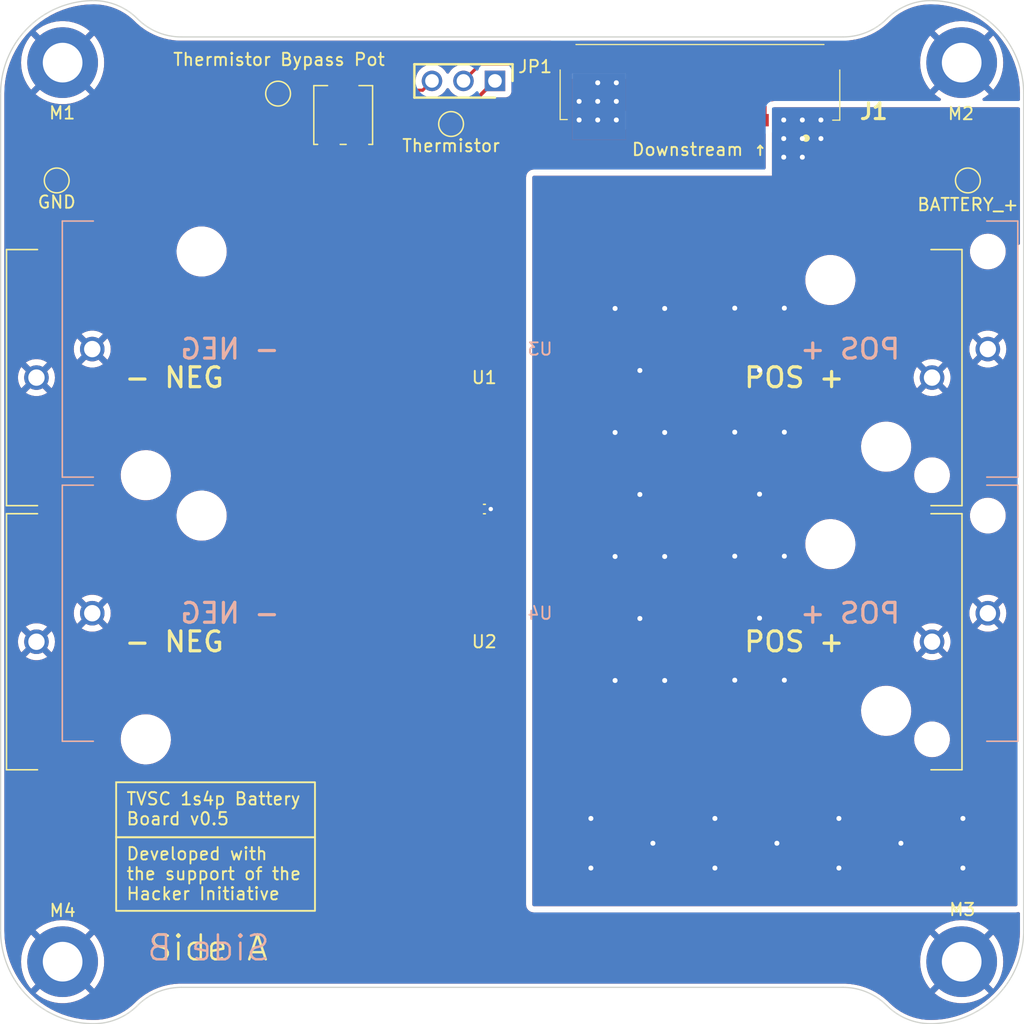
<source format=kicad_pcb>
(kicad_pcb (version 20221018) (generator pcbnew)
  (layers (0 "F.Cu" signal) (31 "B.Cu" signal) (34 "B.Paste" user) (35 "F.Paste" user) (36 "B.SilkS" user "B.Silkscreen") (37 "F.SilkS" user "F.Silkscreen") (38 "B.Mask" user) (39 "F.Mask" user) (44 "Edge.Cuts" user))
  (property "PCB_VERSION" "0.5")
  (net 0 "")
  (net 1 "THERMISTOR_+")
  (net 2 "BATTERY_+")
  (net 3 "/THERMISTOR_REAL_+")
  (net 5 "GND")
  (net 13 "Net-(JP1-Pin_3)")
  (footprint "MountingHole:MountingHole_3.2mm_M3_ISO7380_Pad_TopBottom" (layer "F.Cu") (at 105 127.5)
    (fp_text reference "M4" (at 0 -4.125) (layer "F.SilkS"))
    (fp_text value "~")
    (pad "1" thru_hole circle (at 0 0) (size 3.6 3.6) (drill 3.2) (layers "*.Cu" "*.Mask") (net 5 "GND"))
    (pad "1" connect circle (at 0 0) (size 5.7 5.7) (layers "F.Cu" "F.Mask") (net 5 "GND"))
    (pad "1" connect circle (at 0 0) (size 5.7 5.7) (layers "B.Cu" "B.Mask") (net 5 "GND"))
  )
  (footprint "MountingHole:MountingHole_3.2mm_M3_ISO7380_Pad_TopBottom" (layer "F.Cu") (at 177.5 55)
    (fp_text reference "M2" (at -0.06 4.11) (layer "F.SilkS"))
    (fp_text value "~")
    (pad "1" thru_hole circle (at 0 0) (size 3.6 3.6) (drill 3.2) (layers "*.Cu" "*.Mask") (net 5 "GND"))
    (pad "1" connect circle (at 0 0) (size 5.7 5.7) (layers "F.Cu" "F.Mask") (net 5 "GND"))
    (pad "1" connect circle (at 0 0) (size 5.7 5.7) (layers "B.Cu" "B.Mask") (net 5 "GND"))
  )
  (footprint "footprints:TestPoint_Pad_D1.5mm" (layer "F.Cu") (at 136.325 59.95)
    (fp_text reference "TP2" hide)
    (fp_text value "Thermistor" (at 0 1.75) (layer "F.SilkS"))
    (fp_circle (center 0 0) (end 1 0) (stroke (width 0.12)) (fill none) (layer "F.SilkS"))
    (pad "1" smd circle (at 0 0) (size 1.5 1.5) (layers "F.Cu" "F.Mask") (net 3 "/THERMISTOR_REAL_+"))
  )
  (footprint "footprints:BAT_1043" (layer "F.Cu") (at 139 101.7)
    (fp_text reference "U2" (at 0 0) (layer "F.SilkS"))
    (fp_text value "1043")
    (fp_text user "POS +" (at 25 0) (layer "F.SilkS") (effects (font (size 1.6 1.6) (thickness 0.26))))
    (fp_text user "- NEG" (at -25 0) (layer "F.SilkS") (effects (font (size 1.6 1.6) (thickness 0.26))))
    (fp_line (start -38.525 -10.325) (end -38.525 10.325) (stroke (width 0.127)) (layer "F.SilkS"))
    (fp_line (start -38.525 10.325) (end -36.025 10.325) (stroke (width 0.127)) (layer "F.SilkS"))
    (fp_line (start -36.025 -10.325) (end -38.525 -10.325) (stroke (width 0.127)) (layer "F.SilkS"))
    (fp_line (start 36.025 -10.325) (end 38.525 -10.325) (stroke (width 0.127)) (layer "F.SilkS"))
    (fp_line (start 36.025 10.325) (end 38.525 10.325) (stroke (width 0.127)) (layer "F.SilkS"))
    (fp_line (start 38.525 10.325) (end 38.525 -10.325) (stroke (width 0.127)) (layer "F.SilkS"))
    (pad "" np_thru_hole circle (at -27.29 7.87) (size 3.55 3.55) (drill 3.55) (layers "*.Cu" "*.Mask"))
    (pad "" np_thru_hole circle (at 27.91 -7.87) (size 3.55 3.55) (drill 3.55) (layers "*.Cu" "*.Mask"))
    (pad "" np_thru_hole circle (at 36.11 7.87) (size 2.39 2.39) (drill 2.39) (layers "*.Cu" "*.Mask"))
    (pad "N" thru_hole circle (at -36.11 0) (size 1.98 1.98) (drill 1.32) (layers "*.Cu" "*.Mask") (net 5 "GND"))
    (pad "P" thru_hole circle (at 36.11 0) (size 1.98 1.98) (drill 1.32) (layers "*.Cu" "*.Mask") (net 2 "BATTERY_+"))
  )
  (footprint "MountingHole:MountingHole_3.2mm_M3_ISO7380_Pad_TopBottom" (layer "F.Cu") (at 177.5 127.5)
    (fp_text reference "M3" (at 0.05 -4.2) (layer "F.SilkS"))
    (fp_text value "~")
    (pad "1" thru_hole circle (at 0 0) (size 3.6 3.6) (drill 3.2) (layers "*.Cu" "*.Mask") (net 5 "GND"))
    (pad "1" connect circle (at 0 0) (size 5.7 5.7) (layers "F.Cu" "F.Mask") (net 5 "GND"))
    (pad "1" connect circle (at 0 0) (size 5.7 5.7) (layers "B.Cu" "B.Mask") (net 5 "GND"))
  )
  (footprint "footprints:TestPoint_Pad_D1.5mm" (layer "F.Cu") (at 178 64.5)
    (fp_text reference "TP3" hide)
    (fp_text value "BATTERY_+" (at 0 1.95) (layer "F.SilkS"))
    (fp_circle (center 0 0) (end 1 0) (stroke (width 0.12)) (fill none) (layer "F.SilkS"))
    (pad "1" smd circle (at 0 0) (size 1.5 1.5) (layers "F.Cu" "F.Mask") (net 2 "BATTERY_+"))
  )
  (footprint "footprints:HDRV3W64P0X254_1X3_762X254X869P" (layer "F.Cu") (at 139.865 56.475 180)
    (fp_text reference "JP1" (at -3.235 1.15 180) (layer "F.SilkS"))
    (fp_text value "Conn_01x03" hide)
    (fp_line (start -1.42 0) (end -1.42 1.345) (stroke (width 0.2)) (layer "F.SilkS"))
    (fp_line (start -1.42 1.345) (end 6.5 1.345) (stroke (width 0.2)) (layer "F.SilkS"))
    (fp_line (start 6.5 -1.345) (end 0 -1.345) (stroke (width 0.2)) (layer "F.SilkS"))
    (fp_line (start 6.5 1.345) (end 6.5 -1.345) (stroke (width 0.2)) (layer "F.SilkS"))
    (pad "1" thru_hole rect (at 0 0 180) (size 1.65 1.65) (drill 1.1) (layers "*.Cu" "*.Mask") (net 3 "/THERMISTOR_REAL_+"))
    (pad "2" thru_hole circle (at 2.54 0 180) (size 1.65 1.65) (drill 1.1) (layers "*.Cu" "*.Mask") (net 1 "THERMISTOR_+"))
    (pad "3" thru_hole circle (at 5.08 0 180) (size 1.65 1.65) (drill 1.1) (layers "*.Cu" "*.Mask") (net 13 "Net-(JP1-Pin_3)"))
  )
  (footprint "footprints:BAT_1043" (layer "F.Cu") (at 139 80.4)
    (fp_text reference "U1" (at 0 0) (layer "F.SilkS"))
    (fp_text value "1043")
    (fp_text user "- NEG" (at -25 0) (layer "F.SilkS") (effects (font (size 1.6 1.6) (thickness 0.26))))
    (fp_text user "POS +" (at 25 0) (layer "F.SilkS") (effects (font (size 1.6 1.6) (thickness 0.26))))
    (fp_line (start -38.525 -10.325) (end -38.525 10.325) (stroke (width 0.127)) (layer "F.SilkS"))
    (fp_line (start -38.525 10.325) (end -36.025 10.325) (stroke (width 0.127)) (layer "F.SilkS"))
    (fp_line (start -36.025 -10.325) (end -38.525 -10.325) (stroke (width 0.127)) (layer "F.SilkS"))
    (fp_line (start 36.025 -10.325) (end 38.525 -10.325) (stroke (width 0.127)) (layer "F.SilkS"))
    (fp_line (start 36.025 10.325) (end 38.525 10.325) (stroke (width 0.127)) (layer "F.SilkS"))
    (fp_line (start 38.525 10.325) (end 38.525 -10.325) (stroke (width 0.127)) (layer "F.SilkS"))
    (pad "" np_thru_hole circle (at -27.29 7.87) (size 3.55 3.55) (drill 3.55) (layers "*.Cu" "*.Mask"))
    (pad "" np_thru_hole circle (at 27.91 -7.87) (size 3.55 3.55) (drill 3.55) (layers "*.Cu" "*.Mask"))
    (pad "" np_thru_hole circle (at 36.11 7.87) (size 2.39 2.39) (drill 2.39) (layers "*.Cu" "*.Mask"))
    (pad "N" thru_hole circle (at -36.11 0) (size 1.98 1.98) (drill 1.32) (layers "*.Cu" "*.Mask") (net 5 "GND"))
    (pad "P" thru_hole circle (at 36.11 0) (size 1.98 1.98) (drill 1.32) (layers "*.Cu" "*.Mask") (net 2 "BATTERY_+"))
  )
  (footprint "footprints:TestPoint_Pad_D1.5mm" (layer "F.Cu") (at 104.525 64.5)
    (fp_text reference "TP4" hide)
    (fp_text value "GND" (at 0 1.75) (layer "F.SilkS"))
    (fp_circle (center 0 0) (end 1 0) (stroke (width 0.12)) (fill none) (layer "F.SilkS"))
    (pad "1" smd circle (at 0 0) (size 1.5 1.5) (layers "F.Cu" "F.Mask") (net 5 "GND"))
  )
  (footprint "footprints:Nondescript_R_0402_1005Metric" (layer "F.Cu") (at 139.015 91)
    (fp_text reference "TH1" hide)
    (fp_text value "10k NTC")
    (fp_line (start -0.075 -0.38) (end 0.075 -0.38) (stroke (width 0.12)) (layer "F.SilkS"))
    (fp_line (start -0.075 0.38) (end 0.075 0.38) (stroke (width 0.12)) (layer "F.SilkS"))
    (pad "1" smd roundrect (at -0.51 0) (size 0.54 0.64) (layers "F.Cu" "F.Paste" "F.Mask") (net 3 "/THERMISTOR_REAL_+"))
    (pad "2" smd roundrect (at 0.51 0) (size 0.54 0.64) (layers "F.Cu" "F.Paste" "F.Mask") (net 5 "GND"))
  )
  (footprint "footprints:Bus Connector (Control)" (layer "F.Cu") (at 156.395 56.59)
    (fp_text reference "J1" (at 12.76 3.09) (layer "F.SilkS") (effects (font (size 1.27 1.27) (thickness 0.254)) (justify left bottom)))
    (fp_text value "Molex_504050-1291" hide)
    (fp_text user "Downstream ↑" (at 0 6) (layer "F.SilkS") (effects (justify bottom)))
    (fp_line (start -11.275 -1) (end -11.275 3) (stroke (width 0.1)) (layer "F.SilkS"))
    (fp_line (start -11.275 3) (end -10.7 3) (stroke (width 0.1)) (layer "F.SilkS"))
    (fp_line (start -10 -3.05) (end 10 -3.05) (stroke (width 0.1)) (layer "F.SilkS"))
    (fp_line (start 8.5 4.5) (end 8.5 4.5) (stroke (width 0.5)) (layer "F.SilkS"))
    (fp_line (start 8.6 4.5) (end 8.6 4.5) (stroke (width 0.5)) (layer "F.SilkS"))
    (fp_line (start 11.275 -1) (end 11.275 3.05) (stroke (width 0.1)) (layer "F.SilkS"))
    (fp_line (start 11.275 3.05) (end 10.7 3.05) (stroke (width 0.1)) (layer "F.SilkS"))
    (fp_arc (start 8.5 4.5) (mid 8.55 4.45) (end 8.6 4.5) (stroke (width 0.5)) (layer "F.SilkS"))
    (fp_arc (start 8.6 4.5) (mid 8.55 4.55) (end 8.5 4.5) (stroke (width 0.5)) (layer "F.SilkS"))
    (pad "1" smd rect (at 8.25 3.05) (size 0.6 1) (layers "F.Cu" "F.Paste" "F.Mask") (net 2 "BATTERY_+"))
    (pad "2" smd rect (at 6.75 3.05) (size 0.6 1) (layers "F.Cu" "F.Paste" "F.Mask") (net 2 "BATTERY_+"))
    (pad "3" smd rect (at 5.25 3.05) (size 0.6 1) (layers "F.Cu" "F.Paste" "F.Mask") (net 1 "THERMISTOR_+"))
    (pad "4" smd rect (at 3.75 3.05) (size 0.6 1) (layers "F.Cu" "F.Paste" "F.Mask"))
    (pad "5" smd rect (at 2.25 3.05) (size 0.6 1) (layers "F.Cu" "F.Paste" "F.Mask"))
    (pad "6" smd rect (at 0.75 3.05) (size 0.6 1) (layers "F.Cu" "F.Paste" "F.Mask"))
    (pad "7" smd rect (at -0.75 3.05) (size 0.6 1) (layers "F.Cu" "F.Paste" "F.Mask"))
    (pad "8" smd rect (at -2.25 3.05) (size 0.6 1) (layers "F.Cu" "F.Paste" "F.Mask"))
    (pad "9" smd rect (at -3.75 3.05) (size 0.6 1) (layers "F.Cu" "F.Paste" "F.Mask"))
    (pad "10" smd rect (at -5.25 3.05) (size 0.6 1) (layers "F.Cu" "F.Paste" "F.Mask"))
    (pad "11" smd rect (at -6.75 3.05) (size 0.6 1) (layers "F.Cu" "F.Paste" "F.Mask") (net 5 "GND"))
    (pad "12" smd rect (at -8.25 3.05) (size 0.6 1) (layers "F.Cu" "F.Paste" "F.Mask") (net 5 "GND"))
    (pad "MP1" smd rect (at -10.855 -2.14) (size 1.25 1.8) (layers "F.Cu" "F.Paste" "F.Mask") (net 5 "GND"))
    (pad "MP2" smd rect (at 10.855 -2.14) (size 1.25 1.8) (layers "F.Cu" "F.Paste" "F.Mask") (net 5 "GND"))
  )
  (footprint "MountingHole:MountingHole_3.2mm_M3_ISO7380_Pad_TopBottom" (layer "F.Cu") (at 105 55)
    (fp_text reference "M1" (at -0.04 4.06) (layer "F.SilkS"))
    (fp_text value "~")
    (pad "1" thru_hole circle (at 0 0) (size 3.6 3.6) (drill 3.2) (layers "*.Cu" "*.Mask") (net 5 "GND"))
    (pad "1" connect circle (at 0 0) (size 5.7 5.7) (layers "F.Cu" "F.Mask") (net 5 "GND"))
    (pad "1" connect circle (at 0 0) (size 5.7 5.7) (layers "B.Cu" "B.Mask") (net 5 "GND"))
  )
  (footprint "footprints:TestPoint_Pad_D1.5mm" (layer "F.Cu") (at 122.375 57.5)
    (fp_text reference "TP1" hide)
    (fp_text value "Thermistor Bypass Pot" (at 0.075 -2.75) (layer "F.SilkS"))
    (fp_circle (center 0 0) (end 1 0) (stroke (width 0.12)) (fill none) (layer "F.SilkS"))
    (pad "1" smd circle (at 0 0) (size 1.5 1.5) (layers "F.Cu" "F.Mask") (net 13 "Net-(JP1-Pin_3)"))
  )
  (footprint "Potentiometer_SMD:Potentiometer_Bourns_3314J_Vertical" (layer "F.Cu") (at 127.625 59.225 180)
    (fp_text reference "RV1" hide)
    (fp_text value "R50k")
    (fp_line (start -2.37 -2.37) (end -2.37 2.37) (stroke (width 0.12)) (layer "F.SilkS"))
    (fp_line (start -2.37 -2.37) (end -2.06 -2.37) (stroke (width 0.12)) (layer "F.SilkS"))
    (fp_line (start -2.37 2.37) (end -1.27 2.37) (stroke (width 0.12)) (layer "F.SilkS"))
    (fp_line (start -0.24 -2.37) (end 0.24 -2.37) (stroke (width 0.12)) (layer "F.SilkS"))
    (fp_line (start 1.26 2.37) (end 2.37 2.37) (stroke (width 0.12)) (layer "F.SilkS"))
    (fp_line (start 2.06 -2.37) (end 2.37 -2.37) (stroke (width 0.12)) (layer "F.SilkS"))
    (fp_line (start 2.37 -2.37) (end 2.37 2.37) (stroke (width 0.12)) (layer "F.SilkS"))
    (pad "1" smd roundrect (at -1.15 -2 180) (size 1.3 2) (layers "F.Cu" "F.Paste" "F.Mask") (roundrect_rratio 0.1923076923) (net 5 "GND"))
    (pad "2" smd roundrect (at 0 2 180) (size 2 2) (layers "F.Cu" "F.Paste" "F.Mask") (roundrect_rratio 0.125) (net 13 "Net-(JP1-Pin_3)"))
    (pad "3" smd roundrect (at 1.15 -2 180) (size 1.3 2) (layers "F.Cu" "F.Paste" "F.Mask") (roundrect_rratio 0.1923076923))
  )
  (footprint "footprints:BAT_1043" (layer "B.Cu") (at 143.5 78.1)
    (fp_text reference "U3" (at 0 0 180) (layer "B.SilkS") (effects (justify mirror)))
    (fp_text value "1043")
    (fp_text user "- NEG" (at -25 0 180) (layer "B.SilkS") (effects (font (size 1.6 1.6) (thickness 0.26)) (justify mirror)))
    (fp_text user "POS +" (at 25 0 180) (layer "B.SilkS") (effects (font (size 1.6 1.6) (thickness 0.26)) (justify mirror)))
    (fp_line (start -38.525 -10.325) (end -36.025 -10.325) (stroke (width 0.127)) (layer "B.SilkS"))
    (fp_line (start -38.525 10.325) (end -38.525 -10.325) (stroke (width 0.127)) (layer "B.SilkS"))
    (fp_line (start -36.025 10.325) (end -38.525 10.325) (stroke (width 0.127)) (layer "B.SilkS"))
    (fp_line (start 36.025 -10.325) (end 38.525 -10.325) (stroke (width 0.127)) (layer "B.SilkS"))
    (fp_line (start 36.025 10.325) (end 38.525 10.325) (stroke (width 0.127)) (layer "B.SilkS"))
    (fp_line (start 38.525 -10.325) (end 38.525 10.325) (stroke (width 0.127)) (layer "B.SilkS"))
    (pad "" np_thru_hole circle (at -27.29 -7.87) (size 3.55 3.55) (drill 3.55) (layers "*.Cu" "*.Mask"))
    (pad "" np_thru_hole circle (at 27.91 7.87) (size 3.55 3.55) (drill 3.55) (layers "*.Cu" "*.Mask"))
    (pad "" np_thru_hole circle (at 36.11 -7.87) (size 2.39 2.39) (drill 2.39) (layers "*.Cu" "*.Mask"))
    (pad "N" thru_hole circle (at -36.11 0) (size 1.98 1.98) (drill 1.32) (layers "*.Cu" "*.Mask") (net 5 "GND"))
    (pad "P" thru_hole circle (at 36.11 0) (size 1.98 1.98) (drill 1.32) (layers "*.Cu" "*.Mask") (net 2 "BATTERY_+"))
  )
  (footprint "footprints:BAT_1043" (layer "B.Cu") (at 143.5 99.4)
    (fp_text reference "U4" (at 0 0 180) (layer "B.SilkS") (effects (justify mirror)))
    (fp_text value "1043")
    (fp_text user "- NEG" (at -25 0 180) (layer "B.SilkS") (effects (font (size 1.6 1.6) (thickness 0.26)) (justify mirror)))
    (fp_text user "POS +" (at 25 0 180) (layer "B.SilkS") (effects (font (size 1.6 1.6) (thickness 0.26)) (justify mirror)))
    (fp_line (start -38.525 -10.325) (end -36.025 -10.325) (stroke (width 0.127)) (layer "B.SilkS"))
    (fp_line (start -38.525 10.325) (end -38.525 -10.325) (stroke (width 0.127)) (layer "B.SilkS"))
    (fp_line (start -36.025 10.325) (end -38.525 10.325) (stroke (width 0.127)) (layer "B.SilkS"))
    (fp_line (start 36.025 -10.325) (end 38.525 -10.325) (stroke (width 0.127)) (layer "B.SilkS"))
    (fp_line (start 36.025 10.325) (end 38.525 10.325) (stroke (width 0.127)) (layer "B.SilkS"))
    (fp_line (start 38.525 -10.325) (end 38.525 10.325) (stroke (width 0.127)) (layer "B.SilkS"))
    (pad "" np_thru_hole circle (at -27.29 -7.87) (size 3.55 3.55) (drill 3.55) (layers "*.Cu" "*.Mask"))
    (pad "" np_thru_hole circle (at 27.91 7.87) (size 3.55 3.55) (drill 3.55) (layers "*.Cu" "*.Mask"))
    (pad "" np_thru_hole circle (at 36.11 -7.87) (size 2.39 2.39) (drill 2.39) (layers "*.Cu" "*.Mask"))
    (pad "N" thru_hole circle (at -36.11 0) (size 1.98 1.98) (drill 1.32) (layers "*.Cu" "*.Mask") (net 5 "GND"))
    (pad "P" thru_hole circle (at 36.11 0) (size 1.98 1.98) (drill 1.32) (layers "*.Cu" "*.Mask") (net 2 "BATTERY_+"))
  )
  (gr_arc (start 114.571068 52.928932) (mid 112.657651 52.54833) (end 111.035534 51.464466) (stroke (width 0.1)) (layer "Edge.Cuts"))
  (gr_arc (start 107.5 50) (mid 109.413418 50.380601) (end 111.035534 51.464466) (stroke (width 0.1)) (layer "Edge.Cuts"))
  (gr_arc (start 171.464466 51.464466) (mid 169.842349 52.54833) (end 167.928932 52.928932) (stroke (width 0.1)) (layer "Edge.Cuts"))
  (gr_line (start 182.5 57.5) (end 182.5 125) (stroke (width 0.1)) (layer "Edge.Cuts"))
  (gr_arc (start 182.5 125) (mid 180.303301 130.303301) (end 175 132.5) (stroke (width 0.1)) (layer "Edge.Cuts"))
  (gr_arc (start 111.035534 131.035534) (mid 112.657651 129.951671) (end 114.571068 129.571068) (stroke (width 0.1)) (layer "Edge.Cuts"))
  (gr_arc (start 171.464466 51.464466) (mid 173.086583 50.380602) (end 175 50) (stroke (width 0.1)) (layer "Edge.Cuts"))
  (gr_arc (start 100 57.5) (mid 102.196699 52.196699) (end 107.5 50) (stroke (width 0.1)) (layer "Edge.Cuts"))
  (gr_arc (start 107.5 132.5) (mid 102.196699 130.303301) (end 100 125) (stroke (width 0.1)) (layer "Edge.Cuts"))
  (gr_line (start 100 125) (end 100 57.5) (stroke (width 0.1)) (layer "Edge.Cuts"))
  (gr_arc (start 175 50) (mid 180.303301 52.196699) (end 182.5 57.5) (stroke (width 0.1)) (layer "Edge.Cuts"))
  (gr_arc (start 167.928932 129.571068) (mid 169.84235 129.951669) (end 171.464466 131.035534) (stroke (width 0.1)) (layer "Edge.Cuts"))
  (gr_line (start 114.571068 52.928932) (end 167.928932 52.928932) (stroke (width 0.1)) (layer "Edge.Cuts"))
  (gr_line (start 167.928932 129.571068) (end 114.571068 129.571068) (stroke (width 0.1)) (layer "Edge.Cuts"))
  (gr_arc (start 111.035534 131.035534) (mid 109.413417 132.119398) (end 107.5 132.5) (stroke (width 0.1)) (layer "Edge.Cuts"))
  (gr_arc (start 175 132.5) (mid 173.086583 132.119398) (end 171.464466 131.035534) (stroke (width 0.1)) (layer "Edge.Cuts"))
  (gr_text "Side B" (at 116.76 126.39) (layer "B.SilkS") (effects (font (size 2 2) (thickness 0.2) bold) (justify mirror)))
  (gr_text "Side A" (at 116.76 126.39) (layer "F.SilkS") (effects (font (size 2 2) (thickness 0.2) bold)))
  (gr_text_box "TVSC 1s4p Battery Board v${PCB_VERSION}" (start 109.316586 113.0325) (end 125.35 117.465914) (layer "F.SilkS") (effects (font (size 1 1)) (justify left top)) (stroke (width 0.15)))
  (gr_text_box "Developed with the support of the Hacker Initiative" (start 109.316586 117.465914) (end 125.35 123.4) (layer "F.SilkS") (effects (font (size 1 1)) (justify left top)) (stroke (width 0.15)))
  (segment (start 142.4 55.125) (end 138.675 55.125) (width 0.25) (layer "F.Cu") (net 1))
  (segment (start 142.96 55.685) (end 142.4 55.125) (width 0.25) (layer "F.Cu") (net 1))
  (segment (start 161.645 58.545) (end 158.785 55.685) (width 0.25) (layer "F.Cu") (net 1))
  (segment (start 138.675 55.125) (end 137.325 56.475) (width 0.25) (layer "F.Cu") (net 1))
  (segment (start 158.785 55.685) (end 142.96 55.685) (width 0.25) (layer "F.Cu") (net 1))
  (segment (start 161.625 59.579999) (end 161.645001 59.6) (width 0.25) (layer "F.Cu") (net 1))
  (segment (start 161.645 59.64) (end 161.645 58.545) (width 0.25) (layer "F.Cu") (net 1))
  (via (at 151.55 79.825) (size 0.8) (drill 0.4) (layers "F.Cu" "B.Cu") (net 2))
  (via (at 162.6 117.95) (size 0.8) (drill 0.4) (layers "F.Cu" "B.Cu") (net 2))
  (via (at 151.55 99.825) (size 0.8) (drill 0.4) (layers "F.Cu" "B.Cu") (net 2))
  (via (at 177.6 115.95) (size 0.8) (drill 0.4) (layers "F.Cu" "B.Cu") (net 2))
  (via (at 163.15 59.625) (size 0.8) (drill 0.4) (layers "F.Cu" "B.Cu") (net 2))
  (via (at 164.65 62.625) (size 0.8) (drill 0.4) (layers "F.Cu" "B.Cu") (net 2))
  (via (at 163.2 94.8) (size 0.8) (drill 0.4) (layers "F.Cu" "B.Cu") (net 2))
  (via (at 149.55 74.825) (size 0.8) (drill 0.4) (layers "F.Cu" "B.Cu") (net 2))
  (via (at 147.6 119.95) (size 0.8) (drill 0.4) (layers "F.Cu" "B.Cu") (net 2))
  (via (at 164.65 61.125) (size 0.8) (drill 0.4) (layers "F.Cu" "B.Cu") (net 2))
  (via (at 152.6 117.95) (size 0.8) (drill 0.4) (layers "F.Cu" "B.Cu") (net 2))
  (via (at 172.6 117.95) (size 0.8) (drill 0.4) (layers "F.Cu" "B.Cu") (net 2))
  (via (at 153.55 104.825) (size 0.8) (drill 0.4) (layers "F.Cu" "B.Cu") (net 2))
  (via (at 163.2 74.8) (size 0.8) (drill 0.4) (layers "F.Cu" "B.Cu") (net 2))
  (via (at 159.2 94.8) (size 0.8) (drill 0.4) (layers "F.Cu" "B.Cu") (net 2))
  (via (at 157.6 115.95) (size 0.8) (drill 0.4) (layers "F.Cu" "B.Cu") (net 2))
  (via (at 149.55 104.825) (size 0.8) (drill 0.4) (layers "F.Cu" "B.Cu") (net 2))
  (via (at 166.15 59.625) (size 0.8) (drill 0.4) (layers "F.Cu" "B.Cu") (net 2))
  (via (at 147.6 115.95) (size 0.8) (drill 0.4) (layers "F.Cu" "B.Cu") (net 2))
  (via (at 149.55 84.825) (size 0.8) (drill 0.4) (layers "F.Cu" "B.Cu") (net 2))
  (via (at 149.55 94.825) (size 0.8) (drill 0.4) (layers "F.Cu" "B.Cu") (net 2))
  (via (at 161.2 99.8) (size 0.8) (drill 0.4) (layers "F.Cu" "B.Cu") (net 2))
  (via (at 153.55 94.825) (size 0.8) (drill 0.4) (layers "F.Cu" "B.Cu") (net 2))
  (via (at 177.6 119.95) (size 0.8) (drill 0.4) (layers "F.Cu" "B.Cu") (net 2))
  (via (at 166.15 61.125) (size 0.8) (drill 0.4) (layers "F.Cu" "B.Cu") (net 2))
  (via (at 167.6 115.95) (size 0.8) (drill 0.4) (layers "F.Cu" "B.Cu") (net 2))
  (via (at 159.2 104.8) (size 0.8) (drill 0.4) (layers "F.Cu" "B.Cu") (net 2))
  (via (at 153.55 84.825) (size 0.8) (drill 0.4) (layers "F.Cu" "B.Cu") (net 2))
  (via (at 167.6 119.95) (size 0.8) (drill 0.4) (layers "F.Cu" "B.Cu") (net 2))
  (via (at 163.2 104.8) (size 0.8) (drill 0.4) (layers "F.Cu" "B.Cu") (net 2))
  (via (at 157.6 119.95) (size 0.8) (drill 0.4) (layers "F.Cu" "B.Cu") (net 2))
  (via (at 164.65 59.625) (size 0.8) (drill 0.4) (layers "F.Cu" "B.Cu") (net 2))
  (via (at 161.2 79.8) (size 0.8) (drill 0.4) (layers "F.Cu" "B.Cu") (net 2))
  (via (at 151.55 89.825) (size 0.8) (drill 0.4) (layers "F.Cu" "B.Cu") (net 2))
  (via (at 163.2 84.8) (size 0.8) (drill 0.4) (layers "F.Cu" "B.Cu") (net 2))
  (via (at 163.15 62.625) (size 0.8) (drill 0.4) (layers "F.Cu" "B.Cu") (net 2))
  (via (at 161.2 89.8) (size 0.8) (drill 0.4) (layers "F.Cu" "B.Cu") (net 2))
  (via (at 159.2 84.8) (size 0.8) (drill 0.4) (layers "F.Cu" "B.Cu") (net 2))
  (via (at 159.2 74.8) (size 0.8) (drill 0.4) (layers "F.Cu" "B.Cu") (net 2))
  (via (at 153.55 74.825) (size 0.8) (drill 0.4) (layers "F.Cu" "B.Cu") (net 2))
  (via (at 163.15 61.125) (size 0.8) (drill 0.4) (layers "F.Cu" "B.Cu") (net 2))
  (segment (start 139.865 56.475) (end 138.505 57.835) (width 0.25) (layer "F.Cu") (net 3))
  (segment (start 139.8 56.475) (end 139.865 56.475) (width 0.25) (layer "F.Cu") (net 3))
  (segment (start 136.325 59.95) (end 139.8 56.475) (width 0.25) (layer "F.Cu") (net 3))
  (segment (start 138.505 57.835) (end 138.505 91) (width 0.25) (layer "F.Cu") (net 3))
  (via (at 148.15 56.625) (size 0.8) (drill 0.4) (layers "F.Cu" "B.Cu") (net 5))
  (via (at 146.65 58.125) (size 0.8) (drill 0.4) (layers "F.Cu" "B.Cu") (net 5))
  (via (at 146.65 59.625) (size 0.8) (drill 0.4) (layers "F.Cu" "B.Cu") (net 5))
  (via (at 149.65 56.625) (size 0.8) (drill 0.4) (layers "F.Cu" "B.Cu") (net 5))
  (via (at 149.65 58.125) (size 0.8) (drill 0.4) (layers "F.Cu" "B.Cu") (net 5))
  (via (at 148.15 59.625) (size 0.8) (drill 0.4) (layers "F.Cu" "B.Cu") (net 5))
  (via (at 139.525 91) (size 0.55) (drill 0.35) (layers "F.Cu" "B.Cu") (net 5))
  (via (at 148.15 58.125) (size 0.8) (drill 0.4) (layers "F.Cu" "B.Cu") (net 5))
  (via (at 149.65 59.625) (size 0.8) (drill 0.4) (layers "F.Cu" "B.Cu") (net 5))
  (segment (start 127.625 57.225) (end 134.035 57.225) (width 0.25) (layer "F.Cu") (net 13))
  (segment (start 122.375 57.5) (end 127.35 57.5) (width 0.25) (layer "F.Cu") (net 13))
  (segment (start 127.35 57.5) (end 127.625 57.225) (width 0.25) (layer "F.Cu") (net 13))
  (segment (start 134.035 57.225) (end 134.785 56.475) (width 0.25) (layer "F.Cu") (net 13))
  (zone (net 2) (net_name "BATTERY_+") (layers "F&B.Cu") (priority 5) (connect_pads yes (clearance 0.5)) (min_thickness 0.25) (fill yes (thermal_gap 0.5) (thermal_bridge_width 0.5))
    (polygon (pts (xy 162.2 69.7) (xy 162.2 58.6) (xy 182.475 58.6) (xy 182.475 69.7)))
  )
  (zone (net 5) (net_name "GND") (layers "F&B.Cu") (priority 2) (connect_pads (clearance 0.5)) (min_thickness 0.25) (fill yes (thermal_gap 0.5) (thermal_bridge_width 0.5))
    (polygon (pts (xy 182.5 132.5) (xy 182.5 50) (xy 100 50) (xy 100 132.5)))
  )
  (zone (net 5) (net_name "GND") (layers "F&B.Cu") (priority 3) (connect_pads yes (clearance 0.5)) (min_thickness 0.25) (fill yes (thermal_gap 0.5) (thermal_bridge_width 0.5))
    (polygon (pts (xy 146.1 55.875) (xy 150.425 55.875) (xy 150.425 61.225) (xy 146.1 61.225)))
  )
  (zone (net 2) (net_name "BATTERY_+") (layers "F&B.Cu") (priority 5) (connect_pads (clearance 0.5)) (min_thickness 0.25) (fill yes (thermal_gap 0.5) (thermal_bridge_width 0.5))
    (polygon (pts (xy 142.875 64.125) (xy 182 64.125) (xy 182 123.025) (xy 142.875 123.025)))
  )
)
</source>
